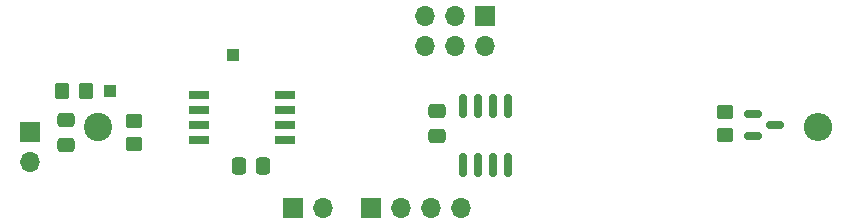
<source format=gbr>
%TF.GenerationSoftware,KiCad,Pcbnew,(6.0.7-1)-1*%
%TF.CreationDate,2024-09-17T13:20:57+05:30*%
%TF.ProjectId,DIY_BMS,4449595f-424d-4532-9e6b-696361645f70,rev?*%
%TF.SameCoordinates,Original*%
%TF.FileFunction,Soldermask,Bot*%
%TF.FilePolarity,Negative*%
%FSLAX46Y46*%
G04 Gerber Fmt 4.6, Leading zero omitted, Abs format (unit mm)*
G04 Created by KiCad (PCBNEW (6.0.7-1)-1) date 2024-09-17 13:20:57*
%MOMM*%
%LPD*%
G01*
G04 APERTURE LIST*
G04 Aperture macros list*
%AMRoundRect*
0 Rectangle with rounded corners*
0 $1 Rounding radius*
0 $2 $3 $4 $5 $6 $7 $8 $9 X,Y pos of 4 corners*
0 Add a 4 corners polygon primitive as box body*
4,1,4,$2,$3,$4,$5,$6,$7,$8,$9,$2,$3,0*
0 Add four circle primitives for the rounded corners*
1,1,$1+$1,$2,$3*
1,1,$1+$1,$4,$5*
1,1,$1+$1,$6,$7*
1,1,$1+$1,$8,$9*
0 Add four rect primitives between the rounded corners*
20,1,$1+$1,$2,$3,$4,$5,0*
20,1,$1+$1,$4,$5,$6,$7,0*
20,1,$1+$1,$6,$7,$8,$9,0*
20,1,$1+$1,$8,$9,$2,$3,0*%
G04 Aperture macros list end*
%ADD10R,1.700000X1.700000*%
%ADD11O,1.700000X1.700000*%
%ADD12R,1.000000X1.000000*%
%ADD13C,2.400000*%
%ADD14O,2.400000X2.400000*%
%ADD15R,1.700000X0.650000*%
%ADD16RoundRect,0.250000X0.450000X-0.350000X0.450000X0.350000X-0.450000X0.350000X-0.450000X-0.350000X0*%
%ADD17RoundRect,0.250000X-0.350000X-0.450000X0.350000X-0.450000X0.350000X0.450000X-0.350000X0.450000X0*%
%ADD18RoundRect,0.250000X-0.475000X0.337500X-0.475000X-0.337500X0.475000X-0.337500X0.475000X0.337500X0*%
%ADD19RoundRect,0.150000X-0.587500X-0.150000X0.587500X-0.150000X0.587500X0.150000X-0.587500X0.150000X0*%
%ADD20RoundRect,0.250000X0.337500X0.475000X-0.337500X0.475000X-0.337500X-0.475000X0.337500X-0.475000X0*%
%ADD21RoundRect,0.250000X-0.450000X0.350000X-0.450000X-0.350000X0.450000X-0.350000X0.450000X0.350000X0*%
%ADD22RoundRect,0.150000X-0.150000X0.825000X-0.150000X-0.825000X0.150000X-0.825000X0.150000X0.825000X0*%
G04 APERTURE END LIST*
D10*
%TO.C,TH1*%
X149347000Y-106426000D03*
D11*
X151887000Y-106426000D03*
%TD*%
D10*
%TO.C,J1*%
X127101600Y-99999800D03*
D11*
X127101600Y-102539800D03*
%TD*%
D10*
%TO.C,J2*%
X155966000Y-106426000D03*
D11*
X158506000Y-106426000D03*
X161046000Y-106426000D03*
X163586000Y-106426000D03*
%TD*%
D12*
%TO.C,GND*%
X144272000Y-93472000D03*
%TD*%
D10*
%TO.C,J3*%
X165593000Y-90165000D03*
D11*
X165593000Y-92705000D03*
X163053000Y-90165000D03*
X163053000Y-92705000D03*
X160513000Y-90165000D03*
X160513000Y-92705000D03*
%TD*%
D13*
%TO.C,R1*%
X132842000Y-99599800D03*
D14*
X193802000Y-99599800D03*
%TD*%
D15*
%TO.C,U3*%
X141384000Y-100711000D03*
X141384000Y-99441000D03*
X141384000Y-98171000D03*
X141384000Y-96901000D03*
X148684000Y-96901000D03*
X148684000Y-98171000D03*
X148684000Y-99441000D03*
X148684000Y-100711000D03*
%TD*%
D16*
%TO.C,R7*%
X185928000Y-100314000D03*
X185928000Y-98314000D03*
%TD*%
D17*
%TO.C,R5*%
X129810000Y-96520000D03*
X131810000Y-96520000D03*
%TD*%
D18*
%TO.C,C5*%
X161544000Y-98276500D03*
X161544000Y-100351500D03*
%TD*%
D19*
%TO.C,Q1*%
X188290500Y-100364000D03*
X188290500Y-98464000D03*
X190165500Y-99414000D03*
%TD*%
D18*
%TO.C,C4*%
X130128800Y-99038500D03*
X130128800Y-101113500D03*
%TD*%
D20*
%TO.C,C6*%
X146833500Y-102870000D03*
X144758500Y-102870000D03*
%TD*%
D21*
%TO.C,R6*%
X135890000Y-99076000D03*
X135890000Y-101076000D03*
%TD*%
D12*
%TO.C,TP1*%
X133858000Y-96520000D03*
%TD*%
D22*
%TO.C,U2*%
X163703000Y-97855000D03*
X164973000Y-97855000D03*
X166243000Y-97855000D03*
X167513000Y-97855000D03*
X167513000Y-102805000D03*
X166243000Y-102805000D03*
X164973000Y-102805000D03*
X163703000Y-102805000D03*
%TD*%
M02*

</source>
